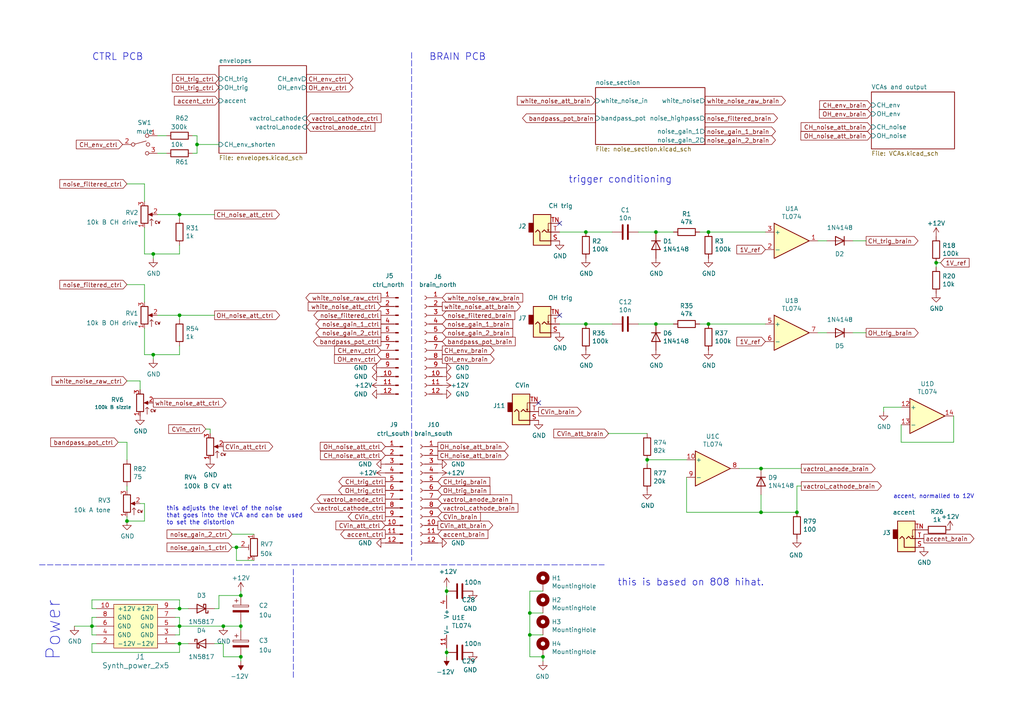
<source format=kicad_sch>
(kicad_sch (version 20211123) (generator eeschema)
  (paper "A4")
  (title_block (title "hihat") (rev "0.9") (comment 1 "untested"))
  (lib_symbols
    (symbol "Connector:Conn_01x12_Female" (pin_names (offset 1.016) hide)
      (property "Reference" "J" (at 0 15.24 0))
      (property "Value" "Conn_01x12_Female" (at 0 -17.78 0))
      (symbol "Conn_01x12_Female_1_1"
        (pin passive line (at -5.08 12.7 0) (length 3.81) (name "Pin_1") (number "1"))
        (pin passive line (at -5.08 -10.16 0) (length 3.81) (name "Pin_10") (number "10"))
        (pin passive line (at -5.08 -12.7 0) (length 3.81) (name "Pin_11") (number "11"))
        (pin passive line (at -5.08 -15.24 0) (length 3.81) (name "Pin_12") (number "12"))
        (pin passive line (at -5.08 10.16 0) (length 3.81) (name "Pin_2") (number "2"))
        (pin passive line (at -5.08 7.62 0) (length 3.81) (name "Pin_3") (number "3"))
        (pin passive line (at -5.08 5.08 0) (length 3.81) (name "Pin_4") (number "4"))
        (pin passive line (at -5.08 2.54 0) (length 3.81) (name "Pin_5") (number "5"))
        (pin passive line (at -5.08 0 0) (length 3.81) (name "Pin_6") (number "6"))
        (pin passive line (at -5.08 -2.54 0) (length 3.81) (name "Pin_7") (number "7"))
        (pin passive line (at -5.08 -5.08 0) (length 3.81) (name "Pin_8") (number "8"))
        (pin passive line (at -5.08 -7.62 0) (length 3.81) (name "Pin_9") (number "9"))
      )
    )
    (symbol "Connector:Conn_01x12_Male" (pin_names (offset 1.016) hide)
      (property "Reference" "J" (at 0 15.24 0))
      (property "Value" "Conn_01x12_Male" (at 0 -17.78 0))
      (symbol "Conn_01x12_Male_1_1"
        (pin passive line (at 5.08 12.7 180) (length 3.81) (name "Pin_1") (number "1"))
        (pin passive line (at 5.08 -10.16 180) (length 3.81) (name "Pin_10") (number "10"))
        (pin passive line (at 5.08 -12.7 180) (length 3.81) (name "Pin_11") (number "11"))
        (pin passive line (at 5.08 -15.24 180) (length 3.81) (name "Pin_12") (number "12"))
        (pin passive line (at 5.08 10.16 180) (length 3.81) (name "Pin_2") (number "2"))
        (pin passive line (at 5.08 7.62 180) (length 3.81) (name "Pin_3") (number "3"))
        (pin passive line (at 5.08 5.08 180) (length 3.81) (name "Pin_4") (number "4"))
        (pin passive line (at 5.08 2.54 180) (length 3.81) (name "Pin_5") (number "5"))
        (pin passive line (at 5.08 0 180) (length 3.81) (name "Pin_6") (number "6"))
        (pin passive line (at 5.08 -2.54 180) (length 3.81) (name "Pin_7") (number "7"))
        (pin passive line (at 5.08 -5.08 180) (length 3.81) (name "Pin_8") (number "8"))
        (pin passive line (at 5.08 -7.62 180) (length 3.81) (name "Pin_9") (number "9"))
      )
    )
    (symbol "Device:C" (pin_numbers hide) (pin_names (offset 0.254))
      (property "Reference" "C" (at 0.635 2.54 0))
      (property "Value" "C" (at 0.635 -2.54 0))
      (symbol "C_1_1"
        (pin passive line (at 0 3.81 270) (length 2.794) (name "~") (number "1"))
        (pin passive line (at 0 -3.81 90) (length 2.794) (name "~") (number "2"))
      )
    )
    (symbol "Mechanical:MountingHole_Pad" (pin_numbers hide) (pin_names (offset 1.016) hide)
      (property "Reference" "H" (at 0 6.35 0))
      (property "Value" "MountingHole_Pad" (at 0 4.445 0))
      (symbol "MountingHole_Pad_1_1"
        (pin input line (at 0 -2.54 90) (length 2.54) (name "1") (number "1"))
      )
    )
    (symbol "Switch:SW_SPDT_MSM" (pin_names (offset 0) hide)
      (property "Reference" "SW" (at 0 5.08 0))
      (property "Value" "SW_SPDT_MSM" (at 0 -5.08 0))
      (symbol "SW_SPDT_MSM_1_1"
        (pin passive line (at 5.08 2.54 180) (length 2.54) (name "1") (number "1"))
        (pin passive line (at -5.08 0 0) (length 2.54) (name "2") (number "2"))
        (pin passive line (at 5.08 -2.54 180) (length 2.54) (name "3") (number "3"))
      )
    )
    (symbol "ao_symbols:1N4148" (pin_numbers hide) (pin_names (offset 1.016) hide)
      (property "Reference" "D" (at 0 2.54 0))
      (property "Value" "1N4148" (at 0 -2.54 0))
      (symbol "1N4148_1_1"
        (pin passive line (at -3.81 0 0) (length 2.54) (name "K") (number "1"))
        (pin passive line (at 3.81 0 180) (length 2.54) (name "A") (number "2"))
      )
    )
    (symbol "ao_symbols:1N5817" (pin_numbers hide) (pin_names (offset 1.016) hide)
      (property "Reference" "D" (at 0 2.54 0))
      (property "Value" "1N5817" (at 0 -2.54 0))
      (symbol "1N5817_1_1"
        (pin passive line (at -3.81 0 0) (length 2.54) (name "K") (number "1"))
        (pin passive line (at 3.81 0 180) (length 2.54) (name "A") (number "2"))
      )
    )
    (symbol "ao_symbols:AudioJack2_SwitchT"
      (property "Reference" "J" (at 0 8.89 0))
      (property "Value" "AudioJack2_SwitchT" (at 0 6.35 0))
      (symbol "AudioJack2_SwitchT_1_1"
        (pin passive line (at 5.08 2.54 180) (length 2.54) (name "~") (number "S"))
        (pin passive line (at 5.08 0 180) (length 2.54) (name "~") (number "T"))
        (pin passive line (at 5.08 -2.54 180) (length 2.54) (name "~") (number "TN"))
      )
    )
    (symbol "ao_symbols:C" (pin_numbers hide) (pin_names (offset 0.254))
      (property "Reference" "C" (at 0.635 2.54 0))
      (property "Value" "C" (at 0.635 -2.54 0))
      (symbol "C_1_1"
        (pin passive line (at 0 3.81 270) (length 2.794) (name "~") (number "1"))
        (pin passive line (at 0 -3.81 90) (length 2.794) (name "~") (number "2"))
      )
    )
    (symbol "ao_symbols:CP" (pin_numbers hide) (pin_names (offset 0.254))
      (property "Reference" "C" (at 0.635 2.54 0))
      (property "Value" "CP" (at 0.635 -2.54 0))
      (symbol "CP_1_1"
        (pin passive line (at 0 3.81 270) (length 2.794) (name "~") (number "1"))
        (pin passive line (at 0 -3.81 90) (length 2.794) (name "~") (number "2"))
      )
    )
    (symbol "ao_symbols:R" (pin_numbers hide) (pin_names (offset 0))
      (property "Reference" "R" (at 2.032 0 90))
      (property "Value" "R" (at 0 0 90))
      (symbol "R_1_1"
        (pin passive line (at 0 3.81 270) (length 1.27) (name "~") (number "1"))
        (pin passive line (at 0 -3.81 90) (length 1.27) (name "~") (number "2"))
      )
    )
    (symbol "ao_symbols:R_POT" (pin_names (offset 1.016) hide)
      (property "Reference" "RV" (at -4.445 0 90))
      (property "Value" "R_POT" (at -2.54 0 90))
      (symbol "R_POT_0_0"
        (text "CW" (at 3.81 -2.286 0) (effects (font (size 0.762 0.762))))
      )
      (symbol "R_POT_1_1"
        (pin passive line (at 0 -3.81 90) (length 1.27) (name "1") (number "1"))
        (pin passive line (at 3.81 0 180) (length 1.27) (name "2") (number "2"))
        (pin passive line (at 0 3.81 270) (length 1.27) (name "3") (number "3"))
      )
    )
    (symbol "ao_symbols:R_POT_TRIM_3296W" (pin_names (offset 1.016) hide)
      (property "Reference" "RV" (at -4.445 0 90))
      (property "Value" "R_POT_TRIM_3296W" (at -2.54 0 90))
      (symbol "R_POT_TRIM_3296W_1_1"
        (pin passive line (at 0 3.81 270) (length 1.27) (name "1") (number "1"))
        (pin passive line (at 3.81 0 180) (length 1.27) (name "2") (number "2"))
        (pin passive line (at 0 -3.81 90) (length 1.27) (name "3") (number "3"))
      )
    )
    (symbol "ao_symbols:Synth_power_2x5" (pin_names (offset 1.016))
      (property "Reference" "J" (at 0 -7.62 0))
      (property "Value" "Synth_power_2x5" (at 0 7.62 0))
      (symbol "Synth_power_2x5_1_1"
        (pin power_out line (at 11.43 -5.08 180) (length 5.08) (name "-12V") (number "1"))
        (pin passive line (at -11.43 5.08 0) (length 5.08) (name "+12V") (number "10"))
        (pin passive line (at -11.43 -5.08 0) (length 5.08) (name "-12V") (number "2"))
        (pin power_out line (at 11.43 -2.54 180) (length 5.08) (name "GND") (number "3"))
        (pin passive line (at -11.43 -2.54 0) (length 5.08) (name "GND") (number "4"))
        (pin passive line (at 11.43 0 180) (length 5.08) (name "GND") (number "5"))
        (pin passive line (at -11.43 0 0) (length 5.08) (name "GND") (number "6"))
        (pin passive line (at 11.43 2.54 180) (length 5.08) (name "GND") (number "7"))
        (pin passive line (at -11.43 2.54 0) (length 5.08) (name "GND") (number "8"))
        (pin power_out line (at 11.43 5.08 180) (length 5.08) (name "+12V") (number "9"))
      )
    )
    (symbol "ao_symbols:TL074" (pin_names (offset 0.127))
      (property "Reference" "U" (at 0 5.08 0))
      (property "Value" "TL074" (at 0 -5.08 0))
      (symbol "TL074_1_1"
        (pin output line (at 7.62 0 180) (length 2.54) (name "~") (number "1"))
        (pin input line (at -7.62 -2.54 0) (length 2.54) (name "-") (number "2"))
        (pin input line (at -7.62 2.54 0) (length 2.54) (name "+") (number "3"))
      )
      (symbol "TL074_2_1"
        (pin input line (at -7.62 2.54 0) (length 2.54) (name "+") (number "5"))
        (pin input line (at -7.62 -2.54 0) (length 2.54) (name "-") (number "6"))
        (pin output line (at 7.62 0 180) (length 2.54) (name "~") (number "7"))
      )
      (symbol "TL074_3_1"
        (pin input line (at -7.62 2.54 0) (length 2.54) (name "+") (number "10"))
        (pin output line (at 7.62 0 180) (length 2.54) (name "~") (number "8"))
        (pin input line (at -7.62 -2.54 0) (length 2.54) (name "-") (number "9"))
      )
      (symbol "TL074_4_1"
        (pin input line (at -7.62 2.54 0) (length 2.54) (name "+") (number "12"))
        (pin input line (at -7.62 -2.54 0) (length 2.54) (name "-") (number "13"))
        (pin output line (at 7.62 0 180) (length 2.54) (name "~") (number "14"))
      )
      (symbol "TL074_5_1"
        (pin power_in line (at -2.54 -7.62 90) (length 3.81) (name "V-") (number "11"))
        (pin power_in line (at -2.54 7.62 270) (length 3.81) (name "V+") (number "4"))
      )
    )
    (symbol "power:+12V" (power) (pin_names (offset 0))
      (property "Value" "+12V" (at 0 3.556 0))
      (symbol "+12V_1_1"
        (pin power_in line (at 0 0 90) (length 0) hide (name "+12V") (number "1"))
      )
    )
    (symbol "power:-12V" (power) (pin_names (offset 0))
      (property "Value" "-12V" (at 0 3.81 0))
      (symbol "-12V_0_0"
        (pin power_in line (at 0 0 90) (length 0) hide (name "-12V") (number "1"))
      )
    )
    (symbol "power:GND" (power) (pin_names (offset 0))
      (property "Value" "GND" (at 0 -3.81 0))
      (symbol "GND_1_1"
        (pin power_in line (at 0 0 270) (length 0) hide (name "GND") (number "1"))
      )
    )
  )
  (junction (at 52.07 186.69))
  (junction (at 69.85 190.5))
  (junction (at 52.07 181.61))
  (junction (at 220.726 148.59))
  (junction (at 220.726 135.89))
  (junction (at 52.07 91.44))
  (junction (at 157.48 190.5))
  (junction (at 68.58 158.75))
  (junction (at 187.706 133.35))
  (junction (at 205.486 67.31))
  (junction (at 190.246 67.31))
  (junction (at 169.926 67.31))
  (junction (at 36.83 151.13))
  (junction (at 52.07 176.53))
  (junction (at 26.67 181.61))
  (junction (at 205.486 93.98))
  (junction (at 129.54 189.23))
  (junction (at 57.15 41.91))
  (junction (at 271.526 76.2))
  (junction (at 190.246 93.98))
  (junction (at 52.07 62.23))
  (junction (at 44.45 102.87))
  (junction (at 44.45 73.66))
  (junction (at 69.85 172.72))
  (junction (at 231.14 148.59))
  (junction (at 153.67 177.8))
  (junction (at 69.85 181.61))
  (junction (at 64.77 181.61))
  (junction (at 169.926 93.98))
  (junction (at 153.67 184.15))
  (junction (at 129.54 171.45))
  (no_connect (at 162.306 91.44))
  (no_connect (at 156.21 116.84))
  (no_connect (at 162.306 64.77))
  (wire (pts (xy 21.59 181.61) (xy 26.67 181.61)))
  (wire (pts (xy 52.07 62.23) (xy 62.23 62.23)))
  (wire (pts (xy 52.07 176.53) (xy 54.61 176.53)))
  (wire (pts (xy 69.85 181.61) (xy 69.85 182.88)))
  (wire (pts (xy 220.726 135.89) (xy 232.41 135.89)))
  (wire (pts (xy 50.8 179.07) (xy 52.07 179.07)))
  (wire (pts (xy 50.8 181.61) (xy 52.07 181.61)))
  (wire (pts (xy 52.07 179.07) (xy 52.07 181.61)))
  (wire (pts (xy 57.15 44.45) (xy 57.15 41.91)))
  (wire (pts (xy 55.88 44.45) (xy 57.15 44.45)))
  (wire (pts (xy 52.07 73.66) (xy 44.45 73.66)))
  (wire (pts (xy 185.166 67.31) (xy 190.246 67.31)))
  (wire (pts (xy 276.606 128.27) (xy 276.606 120.65)))
  (wire (pts (xy 36.83 149.86) (xy 36.83 151.13)))
  (wire (pts (xy 256.286 118.11) (xy 256.286 119.38)))
  (polyline (pts (xy 11.43 163.83) (xy 175.26 163.83)))
  (wire (pts (xy 129.54 171.45) (xy 129.54 172.72)))
  (wire (pts (xy 187.706 133.35) (xy 187.706 134.62)))
  (wire (pts (xy 52.07 91.44) (xy 52.07 92.71)))
  (wire (pts (xy 57.15 41.91) (xy 63.5 41.91)))
  (wire (pts (xy 169.926 67.31) (xy 177.546 67.31)))
  (wire (pts (xy 231.14 140.97) (xy 232.41 140.97)))
  (wire (pts (xy 214.376 135.89) (xy 220.726 135.89)))
  (wire (pts (xy 199.136 148.59) (xy 199.136 138.43)))
  (wire (pts (xy 36.83 82.55) (xy 41.91 82.55)))
  (wire (pts (xy 44.45 73.66) (xy 44.45 74.93)))
  (wire (pts (xy 64.77 181.61) (xy 69.85 181.61)))
  (wire (pts (xy 205.486 67.31) (xy 221.996 67.31)))
  (wire (pts (xy 190.246 93.98) (xy 195.326 93.98)))
  (wire (pts (xy 261.366 118.11) (xy 256.286 118.11)))
  (wire (pts (xy 41.91 151.13) (xy 41.91 146.05)))
  (wire (pts (xy 231.14 140.97) (xy 231.14 148.59)))
  (wire (pts (xy 220.726 148.59) (xy 199.136 148.59)))
  (wire (pts (xy 153.67 177.8) (xy 153.67 171.45)))
  (wire (pts (xy 187.706 133.35) (xy 199.136 133.35)))
  (wire (pts (xy 271.526 76.2) (xy 271.526 77.47)))
  (wire (pts (xy 69.85 180.34) (xy 69.85 181.61)))
  (wire (pts (xy 52.07 100.33) (xy 52.07 102.87)))
  (wire (pts (xy 41.91 58.42) (xy 41.91 53.34)))
  (wire (pts (xy 129.54 189.23) (xy 129.54 190.5)))
  (wire (pts (xy 52.07 102.87) (xy 44.45 102.87)))
  (wire (pts (xy 41.91 102.87) (xy 41.91 95.25)))
  (wire (pts (xy 60.96 124.46) (xy 59.69 124.46)))
  (wire (pts (xy 26.67 179.07) (xy 26.67 181.61)))
  (wire (pts (xy 26.67 181.61) (xy 27.94 181.61)))
  (wire (pts (xy 27.94 179.07) (xy 26.67 179.07)))
  (wire (pts (xy 153.67 184.15) (xy 157.48 184.15)))
  (wire (pts (xy 68.58 162.56) (xy 73.66 162.56)))
  (wire (pts (xy 41.91 73.66) (xy 41.91 66.04)))
  (wire (pts (xy 50.8 186.69) (xy 52.07 186.69)))
  (wire (pts (xy 52.07 186.69) (xy 54.61 186.69)))
  (wire (pts (xy 36.83 53.34) (xy 41.91 53.34)))
  (wire (pts (xy 231.14 148.59) (xy 220.726 148.59)))
  (wire (pts (xy 44.45 102.87) (xy 44.45 104.14)))
  (wire (pts (xy 153.67 171.45) (xy 157.48 171.45)))
  (wire (pts (xy 129.54 187.96) (xy 129.54 189.23)))
  (wire (pts (xy 153.67 184.15) (xy 153.67 177.8)))
  (wire (pts (xy 68.58 158.75) (xy 68.58 162.56)))
  (wire (pts (xy 153.67 177.8) (xy 157.48 177.8)))
  (wire (pts (xy 45.72 62.23) (xy 52.07 62.23)))
  (wire (pts (xy 271.526 76.2) (xy 272.796 76.2)))
  (wire (pts (xy 261.366 128.27) (xy 276.606 128.27)))
  (wire (pts (xy 162.306 93.98) (xy 169.926 93.98)))
  (wire (pts (xy 68.58 158.75) (xy 69.85 158.75)))
  (wire (pts (xy 40.64 113.03) (xy 40.64 110.49)))
  (wire (pts (xy 237.236 69.85) (xy 239.776 69.85)))
  (wire (pts (xy 44.45 102.87) (xy 41.91 102.87)))
  (wire (pts (xy 162.306 67.31) (xy 169.926 67.31)))
  (wire (pts (xy 26.67 186.69) (xy 26.67 189.23)))
  (wire (pts (xy 27.94 186.69) (xy 26.67 186.69)))
  (wire (pts (xy 52.07 189.23) (xy 52.07 186.69)))
  (wire (pts (xy 26.67 189.23) (xy 52.07 189.23)))
  (wire (pts (xy 52.07 62.23) (xy 52.07 63.5)))
  (wire (pts (xy 169.926 93.98) (xy 177.546 93.98)))
  (polyline (pts (xy 119.38 15.24) (xy 119.38 162.56)))
  (wire (pts (xy 176.276 125.73) (xy 187.706 125.73)))
  (wire (pts (xy 157.48 190.5) (xy 153.67 190.5)))
  (wire (pts (xy 69.85 171.45) (xy 69.85 172.72)))
  (wire (pts (xy 190.246 67.31) (xy 195.326 67.31)))
  (wire (pts (xy 153.67 190.5) (xy 153.67 184.15)))
  (wire (pts (xy 157.48 191.77) (xy 157.48 190.5)))
  (polyline (pts (xy 85.09 165.1) (xy 85.09 196.85)))
  (wire (pts (xy 261.366 123.19) (xy 261.366 128.27)))
  (wire (pts (xy 247.396 69.85) (xy 251.206 69.85)))
  (wire (pts (xy 52.07 181.61) (xy 64.77 181.61)))
  (wire (pts (xy 67.31 158.75) (xy 68.58 158.75)))
  (wire (pts (xy 237.236 96.52) (xy 239.776 96.52)))
  (wire (pts (xy 62.23 186.69) (xy 64.77 186.69)))
  (wire (pts (xy 64.77 186.69) (xy 64.77 190.5)))
  (wire (pts (xy 64.77 190.5) (xy 69.85 190.5)))
  (wire (pts (xy 205.486 93.98) (xy 221.996 93.98)))
  (wire (pts (xy 69.85 190.5) (xy 69.85 191.77)))
  (wire (pts (xy 50.8 184.15) (xy 52.07 184.15)))
  (wire (pts (xy 52.07 184.15) (xy 52.07 181.61)))
  (wire (pts (xy 247.396 96.52) (xy 251.206 96.52)))
  (wire (pts (xy 60.96 125.73) (xy 60.96 124.46)))
  (wire (pts (xy 36.83 133.35) (xy 36.83 128.27)))
  (wire (pts (xy 202.946 93.98) (xy 205.486 93.98)))
  (wire (pts (xy 202.946 67.31) (xy 205.486 67.31)))
  (wire (pts (xy 27.94 176.53) (xy 26.67 176.53)))
  (wire (pts (xy 26.67 176.53) (xy 26.67 173.99)))
  (wire (pts (xy 26.67 173.99) (xy 52.07 173.99)))
  (wire (pts (xy 52.07 173.99) (xy 52.07 176.53)))
  (wire (pts (xy 52.07 176.53) (xy 50.8 176.53)))
  (wire (pts (xy 48.26 44.45) (xy 45.72 44.45)))
  (wire (pts (xy 129.54 170.18) (xy 129.54 171.45)))
  (wire (pts (xy 44.45 73.66) (xy 41.91 73.66)))
  (wire (pts (xy 55.88 39.37) (xy 57.15 39.37)))
  (wire (pts (xy 67.31 154.94) (xy 73.66 154.94)))
  (wire (pts (xy 41.91 87.63) (xy 41.91 82.55)))
  (wire (pts (xy 36.83 128.27) (xy 34.29 128.27)))
  (wire (pts (xy 36.83 140.97) (xy 36.83 142.24)))
  (wire (pts (xy 45.72 91.44) (xy 52.07 91.44)))
  (wire (pts (xy 185.166 93.98) (xy 190.246 93.98)))
  (wire (pts (xy 220.726 143.51) (xy 220.726 148.59)))
  (wire (pts (xy 62.23 176.53) (xy 63.5 176.53)))
  (wire (pts (xy 63.5 176.53) (xy 63.5 172.72)))
  (wire (pts (xy 63.5 172.72) (xy 69.85 172.72)))
  (wire (pts (xy 52.07 91.44) (xy 62.23 91.44)))
  (wire (pts (xy 52.07 71.12) (xy 52.07 73.66)))
  (wire (pts (xy 48.26 39.37) (xy 45.72 39.37)))
  (wire (pts (xy 36.83 151.13) (xy 41.91 151.13)))
  (wire (pts (xy 57.15 39.37) (xy 57.15 41.91)))
  (wire (pts (xy 36.83 110.49) (xy 40.64 110.49)))
  (wire (pts (xy 27.94 184.15) (xy 26.67 184.15)))
  (wire (pts (xy 26.67 184.15) (xy 26.67 181.61)))
  (wire (pts (xy 41.91 146.05) (xy 40.64 146.05)))
  (text "untested" (at 308.61 265.43 0) (effects (font (size 7.0104 7.0104) (thickness 1.4021) bold) (justify left bottom)))
  (text "trigger conditioning" (at 164.846 53.34 0) (effects (font (size 2.0066 2.0066)) (justify left bottom)))
  (text "CTRL PCB" (at 26.67 17.78 0) (effects (font (size 2.0066 2.0066)) (justify left bottom)))
  (text "accent, normalled to 12V" (at 259.08 144.78 0) (effects (font (size 1.2 1.2)) (justify left bottom)))
  (text "todo: check all directions of switches!" (at 214.63 -6.35 0) (effects (font (size 2.0066 2.0066)) (justify left bottom)))
  (text "this is based on 808 hihat. " (at 179.07 170.18 0) (effects (font (size 2.0066 2.0066)) (justify left bottom)))
  (text "Power" (at 17.78 191.77 90) (effects (font (size 3.9878 3.9878)) (justify left bottom)))
  (text "todo: check capacitor types and footprints" (at 214.63 -10.16 0) (effects (font (size 2.0066 2.0066)) (justify left bottom)))
  (text "todo: check all directions of pots!" (at 214.63 -2.54 0) (effects (font (size 2.0066 2.0066)) (justify left bottom)))
  (text "this adjusts the level of the noise \nthat goes into the VCA and can be used \nto set the distortion" (at 48.26 152.4 0) (effects (font (size 1.27 1.27)) (justify left bottom)))
  (text "BRAIN PCB" (at 124.46 17.78 0) (effects (font (size 2.0066 2.0066)) (justify left bottom)))
  (global_label "CVin_ctrl" (shape output) (at 111.76 149.86 180) (property "Intersheet References" "${INTERSHEET_REFS}" (effects hide)))
  (global_label "CH_noise_att_ctrl" (shape output) (at 62.23 62.23 0) (property "Intersheet References" "${INTERSHEET_REFS}" (effects hide)))
  (global_label "CVin_brain" (shape output) (at 156.21 119.38 0) (property "Intersheet References" "${INTERSHEET_REFS}" (effects hide)))
  (global_label "bandpass_pot_brain" (shape output) (at 172.72 34.29 180) (property "Intersheet References" "${INTERSHEET_REFS}" (effects hide)))
  (global_label "CVin_att_brain" (shape input) (at 176.53 125.73 180) (property "Intersheet References" "${INTERSHEET_REFS}" (effects hide)))
  (global_label "1V_ref" (shape input) (at 272.796 76.2 0) (property "Intersheet References" "${INTERSHEET_REFS}" (effects hide)))
  (global_label "CH_noise_att_brain" (shape output) (at 127 132.08 0) (property "Intersheet References" "${INTERSHEET_REFS}" (effects hide)))
  (global_label "CH_trig_ctrl" (shape input) (at 63.5 22.86 180) (property "Intersheet References" "${INTERSHEET_REFS}" (effects hide)))
  (global_label "vactrol_anode_brain" (shape input) (at 127 144.78 0) (property "Intersheet References" "${INTERSHEET_REFS}" (effects hide)))
  (global_label "OH_noise_att_ctrl" (shape output) (at 62.23 91.44 0) (property "Intersheet References" "${INTERSHEET_REFS}" (effects hide)))
  (global_label "vactrol_anode_ctrl" (shape output) (at 111.76 144.78 180) (property "Intersheet References" "${INTERSHEET_REFS}" (effects hide)))
  (global_label "white_noise_att_ctrl" (shape output) (at 44.45 116.84 0) (property "Intersheet References" "${INTERSHEET_REFS}" (effects hide)))
  (global_label "vactrol_cathode_ctrl" (shape input) (at 88.9 34.29 0) (property "Intersheet References" "${INTERSHEET_REFS}" (effects hide)))
  (global_label "CVin_brain" (shape input) (at 127 149.86 0) (property "Intersheet References" "${INTERSHEET_REFS}" (effects hide)))
  (global_label "noise_gain_2_ctrl" (shape input) (at 67.31 154.94 180) (property "Intersheet References" "${INTERSHEET_REFS}" (effects hide)))
  (global_label "white_noise_att_brain" (shape output) (at 128.27 88.9 0) (property "Intersheet References" "${INTERSHEET_REFS}" (effects hide)))
  (global_label "white_noise_raw_brain" (shape input) (at 128.27 86.36 0) (property "Intersheet References" "${INTERSHEET_REFS}" (effects hide)))
  (global_label "CH_env_brain" (shape input) (at 252.73 30.48 180) (property "Intersheet References" "${INTERSHEET_REFS}" (effects hide)))
  (global_label "1V_ref" (shape input) (at 221.996 99.06 180) (property "Intersheet References" "${INTERSHEET_REFS}" (effects hide)))
  (global_label "CH_noise_att_ctrl" (shape input) (at 111.76 132.08 180) (property "Intersheet References" "${INTERSHEET_REFS}" (effects hide)))
  (global_label "OH_trig_ctrl" (shape output) (at 111.76 142.24 180) (property "Intersheet References" "${INTERSHEET_REFS}" (effects hide)))
  (global_label "OH_env_brain" (shape input) (at 252.73 33.02 180) (property "Intersheet References" "${INTERSHEET_REFS}" (effects hide)))
  (global_label "vactrol_cathode_ctrl" (shape output) (at 111.76 147.32 180) (property "Intersheet References" "${INTERSHEET_REFS}" (effects hide)))
  (global_label "white_noise_raw_ctrl" (shape input) (at 36.83 110.49 180) (property "Intersheet References" "${INTERSHEET_REFS}" (effects hide)))
  (global_label "bandpass_pot_ctrl" (shape output) (at 110.49 99.06 180) (property "Intersheet References" "${INTERSHEET_REFS}" (effects hide)))
  (global_label "accent_brain" (shape input) (at 127 154.94 0) (property "Intersheet References" "${INTERSHEET_REFS}" (effects hide)))
  (global_label "OH_trig_brain" (shape output) (at 251.206 96.52 0) (property "Intersheet References" "${INTERSHEET_REFS}" (effects hide)))
  (global_label "CVin_att_ctrl" (shape output) (at 64.77 129.54 0) (property "Intersheet References" "${INTERSHEET_REFS}" (effects hide)))
  (global_label "CH_trig_ctrl" (shape output) (at 111.76 139.7 180) (property "Intersheet References" "${INTERSHEET_REFS}" (effects hide)))
  (global_label "noise_gain_2_ctrl" (shape output) (at 110.49 96.52 180) (property "Intersheet References" "${INTERSHEET_REFS}" (effects hide)))
  (global_label "CH_env_ctrl" (shape input) (at 110.49 101.6 180) (property "Intersheet References" "${INTERSHEET_REFS}" (effects hide)))
  (global_label "white_noise_raw_ctrl" (shape output) (at 110.49 86.36 180) (property "Intersheet References" "${INTERSHEET_REFS}" (effects hide)))
  (global_label "CH_env_ctrl" (shape input) (at 35.56 41.91 180) (property "Intersheet References" "${INTERSHEET_REFS}" (effects hide)))
  (global_label "CH_trig_brain" (shape input) (at 127 139.7 0) (property "Intersheet References" "${INTERSHEET_REFS}" (effects hide)))
  (global_label "noise_gain_1_ctrl" (shape input) (at 67.31 158.75 180) (property "Intersheet References" "${INTERSHEET_REFS}" (effects hide)))
  (global_label "OH_noise_att_ctrl" (shape input) (at 111.76 129.54 180) (property "Intersheet References" "${INTERSHEET_REFS}" (effects hide)))
  (global_label "OH_trig_ctrl" (shape input) (at 63.5 25.4 180) (property "Intersheet References" "${INTERSHEET_REFS}" (effects hide)))
  (global_label "CH_noise_att_brain" (shape input) (at 252.73 36.83 180) (property "Intersheet References" "${INTERSHEET_REFS}" (effects hide)))
  (global_label "vactrol_anode_ctrl" (shape input) (at 88.9 36.83 0) (property "Intersheet References" "${INTERSHEET_REFS}" (effects hide)))
  (global_label "vactrol_cathode_brain" (shape output) (at 232.41 140.97 0) (property "Intersheet References" "${INTERSHEET_REFS}" (effects hide)))
  (global_label "vactrol_cathode_brain" (shape input) (at 127 147.32 0) (property "Intersheet References" "${INTERSHEET_REFS}" (effects hide)))
  (global_label "noise_filtered_brain" (shape input) (at 128.27 91.44 0) (property "Intersheet References" "${INTERSHEET_REFS}" (effects hide)))
  (global_label "bandpass_pot_ctrl" (shape input) (at 34.29 128.27 180) (property "Intersheet References" "${INTERSHEET_REFS}" (effects hide)))
  (global_label "noise_gain_2_brain" (shape input) (at 128.27 96.52 0) (property "Intersheet References" "${INTERSHEET_REFS}" (effects hide)))
  (global_label "CVin_ctrl" (shape input) (at 59.69 124.46 180) (property "Intersheet References" "${INTERSHEET_REFS}" (effects hide)))
  (global_label "OH_env_ctrl" (shape input) (at 110.49 104.14 180) (property "Intersheet References" "${INTERSHEET_REFS}" (effects hide)))
  (global_label "1V_ref" (shape input) (at 221.996 72.39 180) (property "Intersheet References" "${INTERSHEET_REFS}" (effects hide)))
  (global_label "vactrol_anode_brain" (shape output) (at 232.41 135.89 0) (property "Intersheet References" "${INTERSHEET_REFS}" (effects hide)))
  (global_label "CH_env_ctrl" (shape output) (at 88.9 22.86 0) (property "Intersheet References" "${INTERSHEET_REFS}" (effects hide)))
  (global_label "white_noise_att_ctrl" (shape input) (at 110.49 88.9 180) (property "Intersheet References" "${INTERSHEET_REFS}" (effects hide)))
  (global_label "CH_env_brain" (shape output) (at 128.27 101.6 0) (property "Intersheet References" "${INTERSHEET_REFS}" (effects hide)))
  (global_label "CVin_att_brain" (shape output) (at 127 152.4 0) (property "Intersheet References" "${INTERSHEET_REFS}" (effects hide)))
  (global_label "white_noise_raw_brain" (shape output) (at 204.47 29.21 0) (property "Intersheet References" "${INTERSHEET_REFS}" (effects hide)))
  (global_label "accent_brain" (shape output) (at 267.97 156.21 0) (property "Intersheet References" "${INTERSHEET_REFS}" (effects hide)))
  (global_label "noise_filtered_ctrl" (shape input) (at 36.83 82.55 180) (property "Intersheet References" "${INTERSHEET_REFS}" (effects hide)))
  (global_label "noise_filtered_ctrl" (shape output) (at 110.49 91.44 180) (property "Intersheet References" "${INTERSHEET_REFS}" (effects hide)))
  (global_label "OH_trig_brain" (shape input) (at 127 142.24 0) (property "Intersheet References" "${INTERSHEET_REFS}" (effects hide)))
  (global_label "OH_env_ctrl" (shape output) (at 88.9 25.4 0) (property "Intersheet References" "${INTERSHEET_REFS}" (effects hide)))
  (global_label "OH_noise_att_brain" (shape input) (at 252.73 39.37 180) (property "Intersheet References" "${INTERSHEET_REFS}" (effects hide)))
  (global_label "noise_gain_2_brain" (shape output) (at 204.47 40.64 0) (property "Intersheet References" "${INTERSHEET_REFS}" (effects hide)))
  (global_label "CVin_att_ctrl" (shape input) (at 111.76 152.4 180) (property "Intersheet References" "${INTERSHEET_REFS}" (effects hide)))
  (global_label "noise_filtered_brain" (shape output) (at 204.47 34.29 0) (property "Intersheet References" "${INTERSHEET_REFS}" (effects hide)))
  (global_label "accent_ctrl" (shape output) (at 111.76 154.94 180) (property "Intersheet References" "${INTERSHEET_REFS}" (effects hide)))
  (global_label "OH_env_brain" (shape output) (at 128.27 104.14 0) (property "Intersheet References" "${INTERSHEET_REFS}" (effects hide)))
  (global_label "noise_gain_1_brain" (shape input) (at 128.27 93.98 0) (property "Intersheet References" "${INTERSHEET_REFS}" (effects hide)))
  (global_label "CH_trig_brain" (shape output) (at 251.206 69.85 0) (property "Intersheet References" "${INTERSHEET_REFS}" (effects hide)))
  (global_label "white_noise_att_brain" (shape input) (at 172.72 29.21 180) (property "Intersheet References" "${INTERSHEET_REFS}" (effects hide)))
  (global_label "noise_gain_1_ctrl" (shape output) (at 110.49 93.98 180) (property "Intersheet References" "${INTERSHEET_REFS}" (effects hide)))
  (global_label "OH_noise_att_brain" (shape output) (at 127 129.54 0) (property "Intersheet References" "${INTERSHEET_REFS}" (effects hide)))
  (global_label "bandpass_pot_brain" (shape input) (at 128.27 99.06 0) (property "Intersheet References" "${INTERSHEET_REFS}" (effects hide)))
  (global_label "accent_ctrl" (shape input) (at 63.5 29.21 180) (property "Intersheet References" "${INTERSHEET_REFS}" (effects hide)))
  (global_label "noise_gain_1_brain" (shape output) (at 204.47 38.1 0) (property "Intersheet References" "${INTERSHEET_REFS}" (effects hide)))
  (global_label "noise_filtered_ctrl" (shape input) (at 36.83 53.34 180) (property "Intersheet References" "${INTERSHEET_REFS}" (effects hide)))
  (symbol (lib_id "Connector:Conn_01x12_Male") (at 115.57 99.06 0) (mirror y) (unit 1)
    (property "Reference" "J5" (at 111.76 80.01 0) (effects (justify right)))
    (property "Value" "ctrl_north" (at 107.95 82.55 0) (effects (justify right)))
    (property "Footprint" "Connector_PinHeader_2.54mm:PinHeader_1x12_P2.54mm_Vertical" (effects hide))
  )
  (symbol (lib_id "Connector:Conn_01x12_Female") (at 123.19 99.06 0) (mirror y) (unit 1)
    (property "Reference" "J6" (at 127 80.2386 0))
    (property "Value" "brain_north" (at 127 82.55 0))
    (property "Footprint" "Connector_PinSocket_2.54mm:PinSocket_1x12_P2.54mm_Vertical" (effects hide))
  )
  (symbol (lib_id "power:GND") (at 110.49 109.22 270) (unit 1)
    (property "Reference" "#PWR0101" (effects hide))
    (property "Value" "GND" (at 106.68 109.22 90) (effects (justify right)))
  )
  (symbol (lib_id "power:GND") (at 110.49 114.3 270) (unit 1)
    (property "Reference" "#PWR0107" (effects hide))
    (property "Value" "GND" (at 106.68 114.3 90) (effects (justify right)))
  )
  (symbol (lib_id "power:GND") (at 128.27 109.22 90) (unit 1)
    (property "Reference" "#PWR0108" (effects hide))
    (property "Value" "GND" (at 132.08 109.22 90) (effects (justify right)))
  )
  (symbol (lib_id "power:GND") (at 128.27 114.3 90) (unit 1)
    (property "Reference" "#PWR0109" (effects hide))
    (property "Value" "GND" (at 132.08 114.3 90) (effects (justify right)))
  )
  (symbol (lib_id "power:GND") (at 111.76 157.48 270) (unit 1)
    (property "Reference" "#PWR0102" (effects hide))
    (property "Value" "GND" (at 107.95 157.48 90) (effects (justify right)))
  )
  (symbol (lib_id "power:GND") (at 127 157.48 90) (unit 1)
    (property "Reference" "#PWR0104" (effects hide))
    (property "Value" "GND" (at 130.81 157.48 90) (effects (justify right)))
  )
  (symbol (lib_id "Connector:Conn_01x12_Male") (at 116.84 142.24 0) (mirror y) (unit 1)
    (property "Reference" "J9" (at 113.03 123.19 0) (effects (justify right)))
    (property "Value" "ctrl_south" (at 109.22 125.73 0) (effects (justify right)))
    (property "Footprint" "Connector_PinHeader_2.54mm:PinHeader_1x12_P2.54mm_Vertical" (effects hide))
  )
  (symbol (lib_id "Connector:Conn_01x12_Female") (at 121.92 142.24 0) (mirror y) (unit 1)
    (property "Reference" "J10" (at 125.73 123.19 0))
    (property "Value" "brain_south" (at 125.73 125.73 0))
    (property "Footprint" "Connector_PinSocket_2.54mm:PinSocket_1x12_P2.54mm_Vertical" (effects hide))
  )
  (symbol (lib_id "power:+12V") (at 111.76 137.16 90) (unit 1)
    (property "Reference" "#PWR0113" (effects hide))
    (property "Value" "+12V" (at 106.68 137.16 90))
  )
  (symbol (lib_id "power:+12V") (at 127 137.16 270) (unit 1)
    (property "Reference" "#PWR0112" (effects hide))
    (property "Value" "+12V" (at 132.08 137.16 90))
  )
  (symbol (lib_id "Mechanical:MountingHole_Pad") (at 157.48 181.61 0) (unit 1)
    (property "Reference" "H3" (at 160.02 180.3654 0) (effects (justify left)))
    (property "Value" "MountingHole" (at 160.02 182.6768 0) (effects (justify left)))
    (property "Footprint" "MountingHole:MountingHole_3.2mm_M3_Pad" (effects hide))
  )
  (symbol (lib_id "Mechanical:MountingHole_Pad") (at 157.48 175.26 0) (unit 1)
    (property "Reference" "H2" (at 160.02 174.0154 0) (effects (justify left)))
    (property "Value" "MountingHole" (at 160.02 176.3268 0) (effects (justify left)))
    (property "Footprint" "MountingHole:MountingHole_3.2mm_M3_Pad" (effects hide))
  )
  (symbol (lib_id "Mechanical:MountingHole_Pad") (at 157.48 187.96 0) (unit 1)
    (property "Reference" "H4" (at 160.02 186.7154 0) (effects (justify left)))
    (property "Value" "MountingHole" (at 160.02 189.0268 0) (effects (justify left)))
    (property "Footprint" "MountingHole:MountingHole_3.2mm_M3_Pad" (effects hide))
  )
  (symbol (lib_id "Mechanical:MountingHole_Pad") (at 157.48 168.91 0) (unit 1)
    (property "Reference" "H1" (at 160.02 167.6654 0) (effects (justify left)))
    (property "Value" "MountingHole" (at 160.02 169.9768 0) (effects (justify left)))
    (property "Footprint" "MountingHole:MountingHole_3.2mm_M3_Pad" (effects hide))
  )
  (symbol (lib_id "power:GND") (at 157.48 191.77 0) (unit 1)
    (property "Reference" "#PWR037" (effects hide))
    (property "Value" "GND" (at 159.385 196.215 0) (effects (justify right)))
  )
  (symbol (lib_id "power:-12V") (at 129.54 190.5 180) (unit 1)
    (property "Reference" "#PWR013" (effects hide))
    (property "Value" "-12V" (at 129.159 194.8942 0))
  )
  (symbol (lib_id "power:+12V") (at 129.54 170.18 0) (unit 1)
    (property "Reference" "#PWR012" (effects hide))
    (property "Value" "+12V" (at 129.921 165.7858 0))
  )
  (symbol (lib_id "ao_symbols:R") (at 205.486 71.12 180) (unit 1)
    (property "Reference" "R3" (at 207.264 69.9516 0) (effects (justify right)))
    (property "Value" "100k" (at 207.264 72.263 0) (effects (justify right)))
    (property "Footprint" "ao_tht:R_Axial_DIN0207_L6.3mm_D2.5mm_P10.16mm_Horizontal" (effects hide))
    (property "Vendor" "Tayda" (effects hide))
  )
  (symbol (lib_id "power:GND") (at 205.486 74.93 0) (unit 1)
    (property "Reference" "#PWR0114" (effects hide))
    (property "Value" "GND" (at 205.613 79.3242 0))
  )
  (symbol (lib_id "ao_symbols:TL074") (at 229.616 69.85 0) (unit 1)
    (property "Reference" "U1" (at 229.616 60.5282 0))
    (property "Value" "TL074" (at 229.616 62.8396 0))
    (property "Footprint" "ao_tht:DIP-14_W7.62mm_Socket_LongPads" (effects hide))
    (property "Vendor" "Tayda" (effects hide))
    (property "SKU" "A-1138" (effects hide))
  )
  (symbol (lib_id "ao_symbols:TL074") (at 229.616 96.52 0) (unit 2)
    (property "Reference" "U1" (at 229.616 87.1982 0))
    (property "Value" "TL074" (at 229.616 89.5096 0))
    (property "Footprint" "ao_tht:DIP-14_W7.62mm_Socket_LongPads" (effects hide))
    (property "Vendor" "Tayda" (effects hide))
    (property "SKU" "A-1138" (effects hide))
  )
  (symbol (lib_id "ao_symbols:TL074") (at 132.08 180.34 0) (unit 5)
    (property "Reference" "U1" (at 131.0132 179.1716 0) (effects (justify left)))
    (property "Value" "TL074" (at 131.0132 181.483 0) (effects (justify left)))
    (property "Footprint" "ao_tht:DIP-14_W7.62mm_Socket_LongPads" (effects hide))
    (property "Vendor" "Tayda" (effects hide))
    (property "SKU" "A-1138" (effects hide))
  )
  (symbol (lib_id "power:GND") (at 162.306 69.85 0) (unit 1)
    (property "Reference" "#PWR0115" (effects hide))
    (property "Value" "GND" (at 162.433 74.2442 0))
  )
  (symbol (lib_id "ao_symbols:1N4148") (at 243.586 69.85 180) (unit 1)
    (property "Reference" "D2" (at 244.856 73.66 0) (effects (justify left)))
    (property "Value" "1N4148" (at 247.396 66.04 0) (effects (justify left)))
    (property "Footprint" "ao_tht:D_DO-35_SOD27_P7.62mm_Horizontal" (effects hide))
    (property "Vendor" "Tayda" (effects hide))
    (property "SKU" "A-157" (effects hide))
  )
  (symbol (lib_id "power:GND") (at 190.246 74.93 0) (unit 1)
    (property "Reference" "#PWR0116" (effects hide))
    (property "Value" "GND" (at 190.373 79.3242 0))
  )
  (symbol (lib_id "ao_symbols:R") (at 199.136 67.31 270) (unit 1)
    (property "Reference" "R1" (at 199.136 62.0522 90))
    (property "Value" "47k" (at 199.136 64.3636 90))
    (property "Footprint" "ao_tht:R_Axial_DIN0207_L6.3mm_D2.5mm_P10.16mm_Horizontal" (effects hide))
    (property "Vendor" "Tayda" (effects hide))
  )
  (symbol (lib_id "ao_symbols:AudioJack2_SwitchT") (at 157.226 67.31 0) (mirror x) (unit 1)
    (property "Reference" "J2" (at 152.6794 65.6082 0) (effects (justify right)))
    (property "Value" "CH trig" (at 166.116 59.69 0) (effects (justify right)))
    (property "Footprint" "ao_tht:Jack_6.35mm_PJ_629HAN" (effects hide))
    (property "Vendor" "Tayda" (effects hide))
    (property "SKU" "A-1121" (effects hide))
  )
  (symbol (lib_id "ao_symbols:R") (at 169.926 71.12 180) (unit 1)
    (property "Reference" "R2" (at 171.704 69.9516 0) (effects (justify right)))
    (property "Value" "100k" (at 171.704 72.263 0) (effects (justify right)))
    (property "Footprint" "ao_tht:R_Axial_DIN0207_L6.3mm_D2.5mm_P10.16mm_Horizontal" (effects hide))
    (property "Vendor" "Tayda" (effects hide))
  )
  (symbol (lib_id "power:GND") (at 169.926 74.93 0) (unit 1)
    (property "Reference" "#PWR0110" (effects hide))
    (property "Value" "GND" (at 170.053 79.3242 0))
  )
  (symbol (lib_id "ao_symbols:C") (at 181.356 67.31 270) (unit 1)
    (property "Reference" "C1" (at 181.356 60.9092 90))
    (property "Value" "10n" (at 181.356 63.2206 90))
    (property "Footprint" "ao_tht:C_Disc_D3.0mm_W1.6mm_P2.50mm" (effects hide))
    (property "Vendor" "Tayda" (effects hide))
  )
  (symbol (lib_id "ao_symbols:1N4148") (at 190.246 71.12 270) (unit 1)
    (property "Reference" "D1" (at 192.278 69.9516 90) (effects (justify left)))
    (property "Value" "1N4148" (at 192.278 72.263 90) (effects (justify left)))
    (property "Footprint" "ao_tht:D_DO-35_SOD27_P7.62mm_Horizontal" (effects hide))
    (property "Vendor" "Tayda" (effects hide))
    (property "SKU" "A-157" (effects hide))
  )
  (symbol (lib_id "Device:C") (at 133.35 171.45 270) (unit 1)
    (property "Reference" "C28" (at 135.89 173.99 90))
    (property "Value" "100n" (at 137.16 168.91 90))
    (property "Footprint" "ao_tht:C_Disc_D3.0mm_W1.6mm_P2.50mm" (effects hide))
    (property "tayda" "https://www.taydaelectronics.com/capacitors/polyester-film-box-type-capacitors/1000pf-100v-5-kemet-polyester-film-box-type-capacitor.html" (effects hide))
  )
  (symbol (lib_id "Device:C") (at 133.35 189.23 270) (unit 1)
    (property "Reference" "C29" (at 135.89 191.77 90))
    (property "Value" "100n" (at 137.16 186.69 90))
    (property "Footprint" "ao_tht:C_Disc_D3.0mm_W1.6mm_P2.50mm" (effects hide))
    (property "tayda" "https://www.taydaelectronics.com/capacitors/polyester-film-box-type-capacitors/1000pf-100v-5-kemet-polyester-film-box-type-capacitor.html" (effects hide))
  )
  (symbol (lib_id "power:GND") (at 137.16 171.45 0) (unit 1)
    (property "Reference" "#PWR0103" (effects hide))
    (property "Value" "GND" (at 138.43 176.53 0) (effects (justify right)))
  )
  (symbol (lib_id "power:GND") (at 137.16 189.23 0) (unit 1)
    (property "Reference" "#PWR0106" (effects hide))
    (property "Value" "GND" (at 138.43 194.31 0) (effects (justify right)))
  )
  (symbol (lib_id "ao_symbols:R") (at 271.78 153.67 270) (unit 1)
    (property "Reference" "R26" (at 271.78 148.4122 90))
    (property "Value" "1k" (at 271.78 150.7236 90))
    (property "Footprint" "ao_tht:R_Axial_DIN0207_L6.3mm_D2.5mm_P10.16mm_Horizontal" (effects hide))
    (property "Vendor" "Tayda" (effects hide))
  )
  (symbol (lib_id "power:GND") (at 169.926 101.6 0) (unit 1)
    (property "Reference" "#PWR0146" (effects hide))
    (property "Value" "GND" (at 170.053 105.9942 0))
  )
  (symbol (lib_id "ao_symbols:AudioJack2_SwitchT") (at 262.89 156.21 0) (mirror x) (unit 1)
    (property "Reference" "J3" (at 258.3434 154.5082 0) (effects (justify right)))
    (property "Value" "accent" (at 265.43 148.59 0) (effects (justify right)))
    (property "Footprint" "ao_tht:Jack_6.35mm_PJ_629HAN" (effects hide))
    (property "Vendor" "Tayda" (effects hide))
    (property "SKU" "A-1121" (effects hide))
  )
  (symbol (lib_id "ao_symbols:R") (at 52.07 44.45 90) (unit 1)
    (property "Reference" "R61" (at 50.8 46.99 90) (effects (justify right)))
    (property "Value" "10k" (at 49.53 41.91 90) (effects (justify right)))
    (property "Footprint" "ao_tht:R_Axial_DIN0207_L6.3mm_D2.5mm_P10.16mm_Horizontal" (effects hide))
    (property "Vendor" "Tayda" (effects hide))
  )
  (symbol (lib_id "ao_symbols:C") (at 181.356 93.98 270) (unit 1)
    (property "Reference" "C12" (at 181.356 87.5792 90))
    (property "Value" "10n" (at 181.356 89.8906 90))
    (property "Footprint" "ao_tht:C_Disc_D3.0mm_W1.6mm_P2.50mm" (effects hide))
    (property "Vendor" "Tayda" (effects hide))
  )
  (symbol (lib_id "ao_symbols:TL074") (at 206.756 135.89 0) (unit 3)
    (property "Reference" "U1" (at 206.756 126.5682 0))
    (property "Value" "TL074" (at 206.756 128.8796 0))
    (property "Footprint" "ao_tht:DIP-14_W7.62mm_Socket_LongPads" (effects hide))
    (property "Vendor" "Tayda" (effects hide))
    (property "SKU" "A-1138" (effects hide))
  )
  (symbol (lib_id "ao_symbols:R") (at 52.07 67.31 180) (unit 1)
    (property "Reference" "R31" (at 53.848 66.1416 0) (effects (justify right)))
    (property "Value" "1k" (at 53.848 68.453 0) (effects (justify right)))
    (property "Footprint" "ao_tht:R_Axial_DIN0207_L6.3mm_D2.5mm_P10.16mm_Horizontal" (effects hide))
    (property "Vendor" "Tayda" (effects hide))
  )
  (symbol (lib_id "ao_symbols:R_POT_TRIM_3296W") (at 73.66 158.75 0) (mirror y) (unit 1)
    (property "Reference" "RV7" (at 75.438 157.8415 0) (effects (justify right)))
    (property "Value" "50k" (at 75.438 160.6166 0) (effects (justify right)))
    (property "Footprint" "ao_tht:Potentiometer_Bourns_3296W_Vertical_standard" (effects hide))
    (property "Vendor" "Tayda" (effects hide))
  )
  (symbol (lib_id "ao_symbols:R_POT") (at 41.91 62.23 0) (unit 1)
    (property "Reference" "RV2" (at 40.132 61.6771 0) (effects (justify right)))
    (property "Value" "10k B CH drive" (at 40.132 64.4522 0) (effects (justify right)))
    (property "Footprint" "ao_tht:Potentiometer_Alpha_RD901F-40-00D_Single_Vertical_centered" (effects hide))
    (property "Vendor" "Tayda" (effects hide))
  )
  (symbol (lib_id "Switch:SW_SPDT_MSM") (at 40.64 41.91 0) (unit 1)
    (property "Reference" "SW1" (at 41.91 35.56 0))
    (property "Value" "mute" (at 41.91 38.1 0))
    (property "Footprint" "ao_tht:SPDT-toggle-switch-1M-series" (effects hide))
  )
  (symbol (lib_id "ao_symbols:R") (at 205.486 97.79 180) (unit 1)
    (property "Reference" "R37" (at 207.264 96.6216 0) (effects (justify right)))
    (property "Value" "100k" (at 207.264 98.933 0) (effects (justify right)))
    (property "Footprint" "ao_tht:R_Axial_DIN0207_L6.3mm_D2.5mm_P10.16mm_Horizontal" (effects hide))
    (property "Vendor" "Tayda" (effects hide))
  )
  (symbol (lib_id "power:GND") (at 111.76 134.62 270) (unit 1)
    (property "Reference" "#PWR0105" (effects hide))
    (property "Value" "GND" (at 107.95 134.62 90) (effects (justify right)))
  )
  (symbol (lib_id "power:GND") (at 36.83 151.13 0) (unit 1)
    (property "Reference" "#PWR0175" (effects hide))
    (property "Value" "GND" (at 36.957 155.5242 0))
  )
  (symbol (lib_id "power:GND") (at 110.49 106.68 270) (unit 1)
    (property "Reference" "#PWR0205" (effects hide))
    (property "Value" "GND" (at 106.68 106.68 90) (effects (justify right)))
  )
  (symbol (lib_id "power:+12V") (at 128.27 111.76 270) (unit 1)
    (property "Reference" "#PWR0204" (effects hide))
    (property "Value" "+12V" (at 133.35 111.76 90))
  )
  (symbol (lib_id "ao_symbols:Synth_power_2x5") (at 39.37 181.61 0) (unit 1)
    (property "Reference" "J1" (at 40.64 190.5 0) (effects (font (size 1.524 1.524))))
    (property "Value" "Synth_power_2x5" (at 39.37 193.04 0) (effects (font (size 1.524 1.524))))
    (property "Footprint" "ao_tht:Power_Header" (effects hide))
    (property "Vendor" "Tayda" (effects hide))
    (property "SKU" "A-2939" (effects hide))
  )
  (symbol (lib_id "power:GND") (at 256.286 119.38 0) (unit 1)
    (property "Reference" "#PWR0202" (effects hide))
    (property "Value" "GND" (at 256.413 123.7742 0))
  )
  (symbol (lib_id "ao_symbols:1N5817") (at 58.42 186.69 0) (unit 1)
    (property "Reference" "D4" (at 58.42 182.88 0))
    (property "Value" "1N5817" (at 58.42 190.5 0))
    (property "Footprint" "ao_tht:D_DO-41_SOD81_P10.16mm_Horizontal" (effects hide))
    (property "Vendor" "Tayda" (effects hide))
    (property "SKU" "A-159" (effects hide))
  )
  (symbol (lib_id "power:GND") (at 187.706 142.24 0) (unit 1)
    (property "Reference" "#PWR0191" (effects hide))
    (property "Value" "GND" (at 187.833 146.6342 0))
  )
  (symbol (lib_id "power:GND") (at 162.306 96.52 0) (unit 1)
    (property "Reference" "#PWR0144" (effects hide))
    (property "Value" "GND" (at 162.433 100.9142 0))
  )
  (symbol (lib_id "power:GND") (at 44.45 74.93 0) (unit 1)
    (property "Reference" "#PWR0167" (effects hide))
    (property "Value" "GND" (at 44.577 79.3242 0))
  )
  (symbol (lib_id "ao_symbols:1N5817") (at 58.42 176.53 180) (unit 1)
    (property "Reference" "D3" (at 58.42 172.72 0))
    (property "Value" "1N5817" (at 58.42 180.34 0))
    (property "Footprint" "ao_tht:D_DO-41_SOD81_P10.16mm_Horizontal" (effects hide))
    (property "Vendor" "Tayda" (effects hide))
    (property "SKU" "A-159" (effects hide))
  )
  (symbol (lib_id "ao_symbols:AudioJack2_SwitchT") (at 151.13 119.38 0) (mirror x) (unit 1)
    (property "Reference" "J11" (at 146.5834 117.6782 0) (effects (justify right)))
    (property "Value" "CVin" (at 153.67 111.76 0) (effects (justify right)))
    (property "Footprint" "ao_tht:Jack_6.35mm_PJ_629HAN" (effects hide))
    (property "Vendor" "Tayda" (effects hide))
    (property "SKU" "A-1121" (effects hide))
  )
  (symbol (lib_id "power:GND") (at 21.59 181.61 0) (unit 1)
    (property "Reference" "#PWR0124" (effects hide))
    (property "Value" "GND" (at 21.717 186.0042 0))
  )
  (symbol (lib_id "ao_symbols:R") (at 187.706 138.43 180) (unit 1)
    (property "Reference" "R77" (at 189.484 137.2616 0) (effects (justify right)))
    (property "Value" "20k" (at 189.484 139.573 0) (effects (justify right)))
    (property "Footprint" "ao_tht:R_Axial_DIN0207_L6.3mm_D2.5mm_P10.16mm_Horizontal" (effects hide))
    (property "Vendor" "Tayda" (effects hide))
  )
  (symbol (lib_id "power:GND") (at 40.64 120.65 0) (unit 1)
    (property "Reference" "#PWR0201" (effects hide))
    (property "Value" "GND" (at 40.767 125.0442 0))
  )
  (symbol (lib_id "power:GND") (at 267.97 158.75 0) (unit 1)
    (property "Reference" "#PWR0143" (effects hide))
    (property "Value" "GND" (at 268.097 163.1442 0))
  )
  (symbol (lib_id "ao_symbols:1N4148") (at 243.586 96.52 180) (unit 1)
    (property "Reference" "D5" (at 244.856 100.33 0) (effects (justify left)))
    (property "Value" "1N4148" (at 247.396 92.71 0) (effects (justify left)))
    (property "Footprint" "ao_tht:D_DO-35_SOD27_P7.62mm_Horizontal" (effects hide))
    (property "Vendor" "Tayda" (effects hide))
    (property "SKU" "A-157" (effects hide))
  )
  (symbol (lib_id "ao_symbols:R") (at 36.83 137.16 180) (unit 1)
    (property "Reference" "R82" (at 38.608 135.9916 0) (effects (justify right)))
    (property "Value" "75" (at 38.608 138.303 0) (effects (justify right)))
    (property "Footprint" "ao_tht:R_Axial_DIN0207_L6.3mm_D2.5mm_P10.16mm_Horizontal" (effects hide))
    (property "Vendor" "Tayda" (effects hide))
  )
  (symbol (lib_id "ao_symbols:R") (at 52.07 96.52 180) (unit 1)
    (property "Reference" "R54" (at 53.848 95.3516 0) (effects (justify right)))
    (property "Value" "1k" (at 53.848 97.663 0) (effects (justify right)))
    (property "Footprint" "ao_tht:R_Axial_DIN0207_L6.3mm_D2.5mm_P10.16mm_Horizontal" (effects hide))
    (property "Vendor" "Tayda" (effects hide))
  )
  (symbol (lib_id "power:+12V") (at 69.85 171.45 0) (unit 1)
    (property "Reference" "#PWR0125" (effects hide))
    (property "Value" "+12V" (at 69.85 167.64 0))
  )
  (symbol (lib_id "ao_symbols:R") (at 271.526 72.39 180) (unit 1)
    (property "Reference" "R18" (at 273.304 71.2216 0) (effects (justify right)))
    (property "Value" "100k" (at 273.304 73.533 0) (effects (justify right)))
    (property "Footprint" "ao_tht:R_Axial_DIN0207_L6.3mm_D2.5mm_P10.16mm_Horizontal" (effects hide))
    (property "Vendor" "Tayda" (effects hide))
  )
  (symbol (lib_id "ao_symbols:R_POT") (at 41.91 91.44 0) (unit 1)
    (property "Reference" "RV1" (at 40.132 90.8871 0) (effects (justify right)))
    (property "Value" "10k B OH drive" (at 40.132 93.6622 0) (effects (justify right)))
    (property "Footprint" "ao_tht:Potentiometer_Alpha_RD901F-40-00D_Single_Vertical_centered" (effects hide))
    (property "Vendor" "Tayda" (effects hide))
  )
  (symbol (lib_id "ao_symbols:CP") (at 69.85 186.69 0) (unit 1)
    (property "Reference" "C3" (at 75.057 185.7815 0) (effects (justify left)))
    (property "Value" "10u" (at 75.057 188.5566 0) (effects (justify left)))
    (property "Footprint" "ao_tht:CP_Radial_horizontalflat_D5mm_P2.50mm_H10mm" (effects hide))
    (property "Vendor" "Tayda" (effects hide))
  )
  (symbol (lib_id "ao_symbols:CP") (at 69.85 176.53 0) (unit 1)
    (property "Reference" "C2" (at 75.057 175.6215 0) (effects (justify left)))
    (property "Value" "10u" (at 75.057 178.3966 0) (effects (justify left)))
    (property "Footprint" "ao_tht:CP_Radial_horizontalflat_D5mm_P2.50mm_H10mm" (effects hide))
    (property "Vendor" "Tayda" (effects hide))
  )
  (symbol (lib_id "power:GND") (at 128.27 106.68 90) (unit 1)
    (property "Reference" "#PWR0206" (effects hide))
    (property "Value" "GND" (at 132.08 106.68 90) (effects (justify right)))
  )
  (symbol (lib_id "power:+12V") (at 271.526 68.58 0) (unit 1)
    (property "Reference" "#PWR0128" (effects hide))
    (property "Value" "+12V" (at 271.526 64.77 0))
  )
  (symbol (lib_id "power:GND") (at 231.14 156.21 0) (unit 1)
    (property "Reference" "#PWR0190" (effects hide))
    (property "Value" "GND" (at 230.886 161.036 0))
  )
  (symbol (lib_id "power:GND") (at 60.96 133.35 0) (unit 1)
    (property "Reference" "#PWR0186" (effects hide))
    (property "Value" "GND" (at 61.087 137.7442 0))
  )
  (symbol (lib_id "ao_symbols:R_POT") (at 40.64 116.84 0) (unit 1)
    (property "Reference" "RV6" (at 35.9535 115.9315 0) (effects (justify right)))
    (property "Value" "100k B sizzle" (at 38.1 118.11 0) (effects (font (size 1 1)) (justify right)))
    (property "Footprint" "ao_tht:Potentiometer_Alpha_RD901F-40-00D_Single_Vertical_centered" (effects hide))
    (property "Vendor" "Tayda" (effects hide))
  )
  (symbol (lib_id "power:GND") (at 190.246 101.6 0) (unit 1)
    (property "Reference" "#PWR0147" (effects hide))
    (property "Value" "GND" (at 190.373 105.9942 0))
  )
  (symbol (lib_id "ao_symbols:TL074") (at 268.986 120.65 0) (unit 4)
    (property "Reference" "U1" (at 268.986 111.3282 0))
    (property "Value" "TL074" (at 268.986 113.6396 0))
    (property "Footprint" "ao_tht:DIP-14_W7.62mm_Socket_LongPads" (effects hide))
    (property "Vendor" "Tayda" (effects hide))
    (property "SKU" "A-1138" (effects hide))
  )
  (symbol (lib_id "power:GND") (at 64.77 181.61 0) (unit 1)
    (property "Reference" "#PWR0126" (effects hide))
    (property "Value" "GND" (at 64.897 186.0042 0))
  )
  (symbol (lib_id "power:GND") (at 205.486 101.6 0) (unit 1)
    (property "Reference" "#PWR0145" (effects hide))
    (property "Value" "GND" (at 205.613 105.9942 0))
  )
  (symbol (lib_id "power:GND") (at 271.526 85.09 0) (unit 1)
    (property "Reference" "#PWR0129" (effects hide))
    (property "Value" "GND" (at 271.653 89.4842 0))
  )
  (symbol (lib_id "ao_symbols:R") (at 52.07 39.37 90) (unit 1)
    (property "Reference" "R62" (at 50.8 34.29 90) (effects (justify right)))
    (property "Value" "300k" (at 49.53 36.83 90) (effects (justify right)))
    (property "Footprint" "ao_tht:R_Axial_DIN0207_L6.3mm_D2.5mm_P10.16mm_Horizontal" (effects hide))
    (property "Vendor" "Tayda" (effects hide))
  )
  (symbol (lib_id "power:+12V") (at 275.59 153.67 0) (unit 1)
    (property "Reference" "#PWR0142" (effects hide))
    (property "Value" "+12V" (at 275.59 149.86 0))
  )
  (symbol (lib_id "power:GND") (at 44.45 104.14 0) (unit 1)
    (property "Reference" "#PWR0162" (effects hide))
    (property "Value" "GND" (at 44.577 108.5342 0))
  )
  (symbol (lib_id "ao_symbols:R") (at 187.706 129.54 180) (unit 1)
    (property "Reference" "R74" (at 189.484 128.3716 0) (effects (justify right)))
    (property "Value" "82k" (at 189.484 130.683 0) (effects (justify right)))
    (property "Footprint" "ao_tht:R_Axial_DIN0207_L6.3mm_D2.5mm_P10.16mm_Horizontal" (effects hide))
    (property "Vendor" "Tayda" (effects hide))
  )
  (symbol (lib_id "ao_symbols:R") (at 271.526 81.28 180) (unit 1)
    (property "Reference" "R20" (at 273.304 80.1116 0) (effects (justify right)))
    (property "Value" "10k" (at 273.304 82.423 0) (effects (justify right)))
    (property "Footprint" "ao_tht:R_Axial_DIN0207_L6.3mm_D2.5mm_P10.16mm_Horizontal" (effects hide))
    (property "Vendor" "Tayda" (effects hide))
  )
  (symbol (lib_id "ao_symbols:R") (at 199.136 93.98 270) (unit 1)
    (property "Reference" "R35" (at 199.136 88.7222 90))
    (property "Value" "47k" (at 199.136 91.0336 90))
    (property "Footprint" "ao_tht:R_Axial_DIN0207_L6.3mm_D2.5mm_P10.16mm_Horizontal" (effects hide))
    (property "Vendor" "Tayda" (effects hide))
  )
  (symbol (lib_id "ao_symbols:R_POT") (at 60.96 129.54 0) (unit 1)
    (property "Reference" "RV4" (at 57.15 138.43 0) (effects (justify right)))
    (property "Value" "100k B CV att" (at 67.31 140.97 0) (effects (justify right)))
    (property "Footprint" "ao_tht:Potentiometer_Alpha_RD901F-40-00D_Single_Vertical_centered" (effects hide))
    (property "Vendor" "Tayda" (effects hide))
  )
  (symbol (lib_id "ao_symbols:1N4148") (at 190.246 97.79 270) (unit 1)
    (property "Reference" "D6" (at 192.278 96.6216 90) (effects (justify left)))
    (property "Value" "1N4148" (at 192.278 98.933 90) (effects (justify left)))
    (property "Footprint" "ao_tht:D_DO-35_SOD27_P7.62mm_Horizontal" (effects hide))
    (property "Vendor" "Tayda" (effects hide))
    (property "SKU" "A-157" (effects hide))
  )
  (symbol (lib_id "power:-12V") (at 69.85 191.77 180) (unit 1)
    (property "Reference" "#PWR0127" (effects hide))
    (property "Value" "-12V" (at 69.469 196.1642 0))
  )
  (symbol (lib_id "power:+12V") (at 110.49 111.76 90) (unit 1)
    (property "Reference" "#PWR0203" (effects hide))
    (property "Value" "+12V" (at 105.41 111.76 90))
  )
  (symbol (lib_id "ao_symbols:R") (at 231.14 152.4 180) (unit 1)
    (property "Reference" "R79" (at 232.918 151.2316 0) (effects (justify right)))
    (property "Value" "100" (at 232.918 153.543 0) (effects (justify right)))
    (property "Footprint" "ao_tht:R_Axial_DIN0207_L6.3mm_D2.5mm_P10.16mm_Horizontal" (effects hide))
    (property "Vendor" "Tayda" (effects hide))
  )
  (symbol (lib_id "power:GND") (at 127 134.62 90) (unit 1)
    (property "Reference" "#PWR0111" (effects hide))
    (property "Value" "GND" (at 130.81 134.62 90) (effects (justify right)))
  )
  (symbol (lib_id "ao_symbols:R_POT") (at 36.83 146.05 0) (unit 1)
    (property "Reference" "RV3" (at 32.1435 145.1415 0) (effects (justify right)))
    (property "Value" "10k A tone" (at 32.1435 147.9166 0) (effects (justify right)))
    (property "Footprint" "ao_tht:Potentiometer_Alpha_RD901F-40-00D_Single_Vertical_centered" (effects hide))
    (property "Vendor" "Tayda" (effects hide))
  )
  (symbol (lib_id "ao_symbols:1N4148") (at 220.726 139.7 270) (unit 1)
    (property "Reference" "D9" (at 222.758 138.5316 90) (effects (justify left)))
    (property "Value" "1N4148" (at 222.758 140.843 90) (effects (justify left)))
    (property "Footprint" "ao_tht:D_DO-35_SOD27_P7.62mm_Horizontal" (effects hide))
    (property "Vendor" "Tayda" (effects hide))
    (property "SKU" "A-157" (effects hide))
  )
  (symbol (lib_id "ao_symbols:AudioJack2_SwitchT") (at 157.226 93.98 0) (mirror x) (unit 1)
    (property "Reference" "J7" (at 152.6794 92.2782 0) (effects (justify right)))
    (property "Value" "OH trig" (at 166.116 86.36 0) (effects (justify right)))
    (property "Footprint" "ao_tht:Jack_6.35mm_PJ_629HAN" (effects hide))
    (property "Vendor" "Tayda" (effects hide))
    (property "SKU" "A-1121" (effects hide))
  )
  (symbol (lib_id "power:GND") (at 156.21 121.92 0) (unit 1)
    (property "Reference" "#PWR0185" (effects hide))
    (property "Value" "GND" (at 156.337 126.3142 0))
  )
  (symbol (lib_id "ao_symbols:R") (at 169.926 97.79 180) (unit 1)
    (property "Reference" "R36" (at 171.704 96.6216 0) (effects (justify right)))
    (property "Value" "100k" (at 171.704 98.933 0) (effects (justify right)))
    (property "Footprint" "ao_tht:R_Axial_DIN0207_L6.3mm_D2.5mm_P10.16mm_Horizontal" (effects hide))
    (property "Vendor" "Tayda" (effects hide))
  )
  (sheet (at 172.72 25.4) (size 31.75 16.51) (stroke (width 0.1524))
    (property "Sheet name" "noise_section" (at 172.72 24.6884 0) (effects (justify left bottom)))
    (property "Sheet file" "noise_section.kicad_sch" (at 172.72 42.4946 0) (effects (justify left top)))
    (pin "white_noise" output (at 204.47 29.21 0))
    (pin "white_noise_in" input (at 172.72 29.21 180))
    (pin "noise_highpass" output (at 204.47 34.29 0))
    (pin "bandpass_pot" input (at 172.72 34.29 180))
    (pin "noise_gain_1" output (at 204.47 38.1 0))
    (pin "noise_gain_2" output (at 204.47 40.64 0))
  )
  (sheet (at 63.5 19.05) (size 25.4 25.4) (stroke (width 0.1524))
    (property "Sheet name" "envelopes" (at 63.5 18.3384 0) (effects (justify left bottom)))
    (property "Sheet file" "envelopes.kicad_sch" (at 63.5 45.0346 0) (effects (justify left top)))
    (pin "accent" input (at 63.5 29.21 180))
    (pin "CH_trig" input (at 63.5 22.86 180))
    (pin "OH_trig" input (at 63.5 25.4 180))
    (pin "CH_env_shorten" input (at 63.5 41.91 180))
    (pin "CH_env" output (at 88.9 22.86 0))
    (pin "OH_env" output (at 88.9 25.4 0))
    (pin "vactrol_cathode" input (at 88.9 34.29 0))
    (pin "vactrol_anode" input (at 88.9 36.83 0))
  )
  (sheet (at 252.73 26.67) (size 24.13 16.51) (stroke (width 0.1524))
    (property "Sheet name" "VCAs and output" (at 252.73 25.9584 0) (effects (justify left bottom)))
    (property "Sheet file" "VCAs.kicad_sch" (at 252.73 43.7646 0) (effects (justify left top)))
    (pin "CH_env" input (at 252.73 30.48 180))
    (pin "OH_noise" input (at 252.73 39.37 180))
    (pin "CH_noise" input (at 252.73 36.83 180))
    (pin "OH_env" input (at 252.73 33.02 180))
  )
)
</source>
